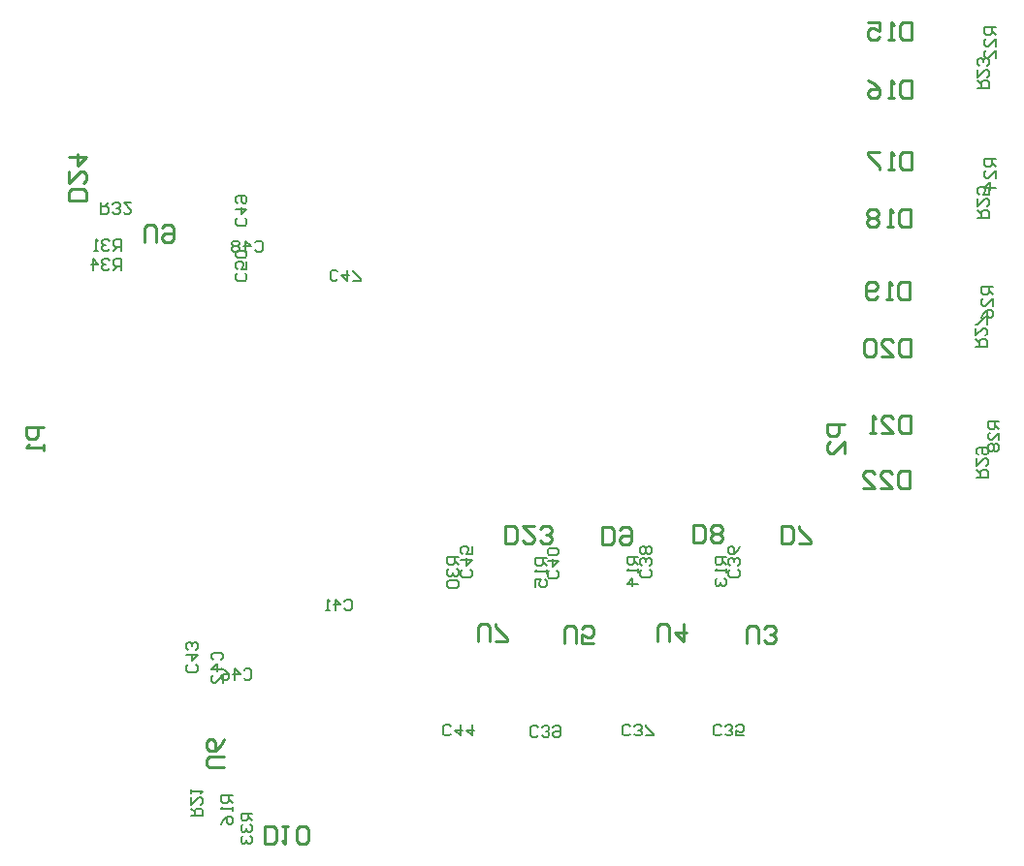
<source format=gbr>
%TF.GenerationSoftware,Altium Limited,Altium Designer,22.5.1 (42)*%
G04 Layer_Color=32896*
%FSLAX44Y44*%
%MOMM*%
%TF.SameCoordinates,FC5E5A78-ED25-47B3-91C5-E03428921660*%
%TF.FilePolarity,Positive*%
%TF.FileFunction,Other,Bottom_Designator*%
%TF.Part,Single*%
G01*
G75*
%TA.AperFunction,NonConductor*%
%ADD59C,0.2000*%
%ADD60C,0.2540*%
%ADD61C,0.1270*%
D59*
X-79825Y-141619D02*
X-78158Y-139953D01*
X-74826D01*
X-73160Y-141619D01*
Y-148284D01*
X-74826Y-149950D01*
X-78158D01*
X-79825Y-148284D01*
X-88155Y-149950D02*
Y-139953D01*
X-83157Y-144951D01*
X-89821D01*
X-93154Y-149950D02*
X-96486D01*
X-94820D01*
Y-139953D01*
X-93154Y-141619D01*
X-85675Y139619D02*
X-87342Y137953D01*
X-90674D01*
X-92340Y139619D01*
Y146284D01*
X-90674Y147950D01*
X-87342D01*
X-85675Y146284D01*
X-77345Y147950D02*
Y137953D01*
X-82343Y142952D01*
X-75679D01*
X-72347Y137953D02*
X-65682D01*
Y139619D01*
X-72347Y146284D01*
Y147950D01*
D60*
X-184725Y-287210D02*
X-197421D01*
X-199960Y-284671D01*
Y-279592D01*
X-197421Y-277053D01*
X-184725D01*
Y-261818D02*
X-187264Y-266897D01*
X-192342Y-271975D01*
X-197421D01*
X-199960Y-269436D01*
Y-264357D01*
X-197421Y-261818D01*
X-194882D01*
X-192342Y-264357D01*
Y-271975D01*
X-149774Y-353848D02*
Y-338613D01*
X-142156D01*
X-139617Y-341152D01*
Y-351308D01*
X-142156Y-353848D01*
X-149774D01*
X-134539Y-338613D02*
X-129460D01*
X-132000D01*
Y-353848D01*
X-134539Y-351308D01*
X-121843D02*
X-119304Y-353848D01*
X-114225D01*
X-111686Y-351308D01*
Y-341152D01*
X-114225Y-338613D01*
X-119304D01*
X-121843Y-341152D01*
Y-351308D01*
X357118Y12996D02*
X341883D01*
Y5378D01*
X344422Y2839D01*
X349500D01*
X352039Y5378D01*
Y12996D01*
X357118Y-12396D02*
Y-2239D01*
X346961Y-12396D01*
X344422D01*
X341883Y-9857D01*
Y-4778D01*
X344422Y-2239D01*
X-342882Y10457D02*
X-358117D01*
Y2839D01*
X-355578Y300D01*
X-350500D01*
X-347961Y2839D01*
Y10457D01*
X-342882Y-4778D02*
Y-9857D01*
Y-7318D01*
X-358117D01*
X-355578Y-4778D01*
X224994Y-90348D02*
Y-75113D01*
X232612D01*
X235151Y-77652D01*
Y-87808D01*
X232612Y-90348D01*
X224994D01*
X240229Y-87808D02*
X242768Y-90348D01*
X247847D01*
X250386Y-87808D01*
Y-85269D01*
X247847Y-82730D01*
X250386Y-80191D01*
Y-77652D01*
X247847Y-75113D01*
X242768D01*
X240229Y-77652D01*
Y-80191D01*
X242768Y-82730D01*
X240229Y-85269D01*
Y-87808D01*
X242768Y-82730D02*
X247847D01*
X413116Y137510D02*
Y122275D01*
X405499D01*
X402960Y124814D01*
Y134971D01*
X405499Y137510D01*
X413116D01*
X397881Y122275D02*
X392803D01*
X395342D01*
Y137510D01*
X397881Y134971D01*
X385186Y124814D02*
X382646Y122275D01*
X377568D01*
X375029Y124814D01*
Y134971D01*
X377568Y137510D01*
X382646D01*
X385186Y134971D01*
Y132432D01*
X382646Y129893D01*
X375029D01*
X-305653Y208457D02*
X-320887D01*
Y216074D01*
X-318348Y218613D01*
X-308192D01*
X-305653Y216074D01*
Y208457D01*
X-320887Y233848D02*
Y223692D01*
X-310731Y233848D01*
X-308192D01*
X-305653Y231309D01*
Y226231D01*
X-308192Y223692D01*
X-320887Y246544D02*
X-305653D01*
X-313270Y238927D01*
Y249083D01*
X36484Y-177106D02*
Y-164410D01*
X39023Y-161871D01*
X44102D01*
X46641Y-164410D01*
Y-177106D01*
X51719D02*
X61876D01*
Y-174567D01*
X51719Y-164410D01*
Y-161871D01*
X112484Y-178267D02*
Y-165571D01*
X115023Y-163032D01*
X120102D01*
X122641Y-165571D01*
Y-178267D01*
X137876D02*
X127719D01*
Y-170649D01*
X132798Y-173188D01*
X135337D01*
X137876Y-170649D01*
Y-165571D01*
X135337Y-163032D01*
X130258D01*
X127719Y-165571D01*
X193484Y-177106D02*
Y-164410D01*
X196023Y-161871D01*
X201102D01*
X203641Y-164410D01*
Y-177106D01*
X216337Y-161871D02*
Y-177106D01*
X208719Y-169489D01*
X218876D01*
X271484Y-178106D02*
Y-165410D01*
X274023Y-162871D01*
X279102D01*
X281641Y-165410D01*
Y-178106D01*
X286719Y-175567D02*
X289258Y-178106D01*
X294337D01*
X296876Y-175567D01*
Y-173028D01*
X294337Y-170489D01*
X291798D01*
X294337D01*
X296876Y-167950D01*
Y-165410D01*
X294337Y-162871D01*
X289258D01*
X286719Y-165410D01*
X414084Y20347D02*
Y5113D01*
X406467D01*
X403927Y7652D01*
Y17808D01*
X406467Y20347D01*
X414084D01*
X388692Y5113D02*
X398849D01*
X388692Y15269D01*
Y17808D01*
X391232Y20347D01*
X396310D01*
X398849Y17808D01*
X383614Y5113D02*
X378536D01*
X381075D01*
Y20347D01*
X383614Y17808D01*
X413831Y-27652D02*
Y-42888D01*
X406213D01*
X403674Y-40348D01*
Y-30192D01*
X406213Y-27652D01*
X413831D01*
X388439Y-42888D02*
X398596D01*
X388439Y-32731D01*
Y-30192D01*
X390978Y-27652D01*
X396057D01*
X398596Y-30192D01*
X373204Y-42888D02*
X383361D01*
X373204Y-32731D01*
Y-30192D01*
X375743Y-27652D01*
X380821D01*
X383361Y-30192D01*
X414386Y87510D02*
Y72275D01*
X406768D01*
X404229Y74814D01*
Y84971D01*
X406768Y87510D01*
X414386D01*
X388994Y72275D02*
X399151D01*
X388994Y82432D01*
Y84971D01*
X391533Y87510D01*
X396612D01*
X399151Y84971D01*
X383916D02*
X381377Y87510D01*
X376298D01*
X373759Y84971D01*
Y74814D01*
X376298Y72275D01*
X381377D01*
X383916Y74814D01*
Y84971D01*
X414116Y200510D02*
Y185275D01*
X406499D01*
X403960Y187814D01*
Y197971D01*
X406499Y200510D01*
X414116D01*
X398881Y185275D02*
X393803D01*
X396342D01*
Y200510D01*
X398881Y197971D01*
X386185D02*
X383646Y200510D01*
X378568D01*
X376029Y197971D01*
Y195432D01*
X378568Y192893D01*
X376029Y190353D01*
Y187814D01*
X378568Y185275D01*
X383646D01*
X386185Y187814D01*
Y190353D01*
X383646Y192893D01*
X386185Y195432D01*
Y197971D01*
X383646Y192893D02*
X378568D01*
X415116Y250510D02*
Y235275D01*
X407499D01*
X404960Y237814D01*
Y247971D01*
X407499Y250510D01*
X415116D01*
X399881Y235275D02*
X394803D01*
X397342D01*
Y250510D01*
X399881Y247971D01*
X387185Y250510D02*
X377029D01*
Y247971D01*
X387185Y237814D01*
Y235275D01*
X415116Y313510D02*
Y298275D01*
X407499D01*
X404960Y300814D01*
Y310971D01*
X407499Y313510D01*
X415116D01*
X399881Y298275D02*
X394803D01*
X397342D01*
Y313510D01*
X399881Y310971D01*
X377029Y313510D02*
X382107Y310971D01*
X387185Y305893D01*
Y300814D01*
X384646Y298275D01*
X379568D01*
X377029Y300814D01*
Y303353D01*
X379568Y305893D01*
X387185D01*
X415116Y364510D02*
Y349275D01*
X407499D01*
X404960Y351814D01*
Y361971D01*
X407499Y364510D01*
X415116D01*
X399881Y349275D02*
X394803D01*
X397342D01*
Y364510D01*
X399881Y361971D01*
X377029Y364510D02*
X387185D01*
Y356893D01*
X382107Y359432D01*
X379568D01*
X377029Y356893D01*
Y351814D01*
X379568Y349275D01*
X384646D01*
X387185Y351814D01*
X144994Y-92205D02*
Y-76970D01*
X152612D01*
X155151Y-79509D01*
Y-89666D01*
X152612Y-92205D01*
X144994D01*
X160229Y-79509D02*
X162768Y-76970D01*
X167847D01*
X170386Y-79509D01*
Y-89666D01*
X167847Y-92205D01*
X162768D01*
X160229Y-89666D01*
Y-87127D01*
X162768Y-84587D01*
X170386D01*
X60377Y-91045D02*
Y-75809D01*
X67994D01*
X70533Y-78349D01*
Y-88505D01*
X67994Y-91045D01*
X60377D01*
X85768Y-75809D02*
X75612D01*
X85768Y-85966D01*
Y-88505D01*
X83229Y-91045D01*
X78151D01*
X75612Y-88505D01*
X90847D02*
X93386Y-91045D01*
X98464D01*
X101003Y-88505D01*
Y-85966D01*
X98464Y-83427D01*
X95925D01*
X98464D01*
X101003Y-80888D01*
Y-78349D01*
X98464Y-75809D01*
X93386D01*
X90847Y-78349D01*
X301994Y-91205D02*
Y-75970D01*
X309612D01*
X312151Y-78509D01*
Y-88666D01*
X309612Y-91205D01*
X301994D01*
X317229D02*
X327386D01*
Y-88666D01*
X317229Y-78509D01*
Y-75970D01*
X-254460Y172225D02*
Y184921D01*
X-251921Y187460D01*
X-246842D01*
X-244303Y184921D01*
Y172225D01*
X-239225Y184921D02*
X-236686Y187460D01*
X-231607D01*
X-229068Y184921D01*
Y174764D01*
X-231607Y172225D01*
X-236686D01*
X-239225Y174764D01*
Y177303D01*
X-236686Y179842D01*
X-229068D01*
D61*
X-213730Y-329437D02*
X-203733D01*
Y-324439D01*
X-205399Y-322773D01*
X-208732D01*
X-210398Y-324439D01*
Y-329437D01*
Y-326105D02*
X-213730Y-322773D01*
Y-312776D02*
Y-319441D01*
X-207066Y-312776D01*
X-205399D01*
X-203733Y-314442D01*
Y-317775D01*
X-205399Y-319441D01*
X-213730Y-309444D02*
Y-306112D01*
Y-307778D01*
X-203733D01*
X-205399Y-309444D01*
X-177270Y-311520D02*
X-187267D01*
Y-316518D01*
X-185601Y-318185D01*
X-182269D01*
X-180602Y-316518D01*
Y-311520D01*
Y-314852D02*
X-177270Y-318185D01*
Y-321517D02*
Y-324849D01*
Y-323183D01*
X-187267D01*
X-185601Y-321517D01*
X-187267Y-336512D02*
X-185601Y-333180D01*
X-182269Y-329847D01*
X-178936D01*
X-177270Y-331514D01*
Y-334846D01*
X-178936Y-336512D01*
X-180602D01*
X-182269Y-334846D01*
Y-329847D01*
X-160270Y-327020D02*
X-170267D01*
Y-332019D01*
X-168601Y-333685D01*
X-165268D01*
X-163602Y-332019D01*
Y-327020D01*
Y-330352D02*
X-160270Y-333685D01*
X-168601Y-337017D02*
X-170267Y-338683D01*
Y-342015D01*
X-168601Y-343681D01*
X-166935D01*
X-165268Y-342015D01*
Y-340349D01*
Y-342015D01*
X-163602Y-343681D01*
X-161936D01*
X-160270Y-342015D01*
Y-338683D01*
X-161936Y-337017D01*
X-168601Y-347014D02*
X-170267Y-348680D01*
Y-352012D01*
X-168601Y-353678D01*
X-166935D01*
X-165268Y-352012D01*
Y-350346D01*
Y-352012D01*
X-163602Y-353678D01*
X-161936D01*
X-160270Y-352012D01*
Y-348680D01*
X-161936Y-347014D01*
X-209399Y-197315D02*
X-207733Y-198981D01*
Y-202314D01*
X-209399Y-203980D01*
X-216064D01*
X-217730Y-202314D01*
Y-198981D01*
X-216064Y-197315D01*
X-217730Y-188985D02*
X-207733D01*
X-212731Y-193983D01*
Y-187319D01*
X-209399Y-183986D02*
X-207733Y-182320D01*
Y-178988D01*
X-209399Y-177322D01*
X-211065D01*
X-212731Y-178988D01*
Y-180654D01*
Y-178988D01*
X-214398Y-177322D01*
X-216064D01*
X-217730Y-178988D01*
Y-182320D01*
X-216064Y-183986D01*
X-194558Y-193185D02*
X-196224Y-191518D01*
Y-188186D01*
X-194558Y-186520D01*
X-187894D01*
X-186228Y-188186D01*
Y-191518D01*
X-187894Y-193185D01*
X-186228Y-201515D02*
X-196224D01*
X-191226Y-196517D01*
Y-203181D01*
X-186228Y-213178D02*
Y-206514D01*
X-192892Y-213178D01*
X-194558D01*
X-196224Y-211512D01*
Y-208180D01*
X-194558Y-206514D01*
X-167749Y-202149D02*
X-166083Y-200483D01*
X-162751D01*
X-161085Y-202149D01*
Y-208814D01*
X-162751Y-210480D01*
X-166083D01*
X-167749Y-208814D01*
X-176080Y-210480D02*
Y-200483D01*
X-171082Y-205482D01*
X-177746D01*
X-187743Y-200483D02*
X-184411Y-202149D01*
X-181078Y-205482D01*
Y-208814D01*
X-182745Y-210480D01*
X-186077D01*
X-187743Y-208814D01*
Y-207148D01*
X-186077Y-205482D01*
X-181078D01*
X-292730Y206730D02*
Y196733D01*
X-287732D01*
X-286065Y198399D01*
Y201731D01*
X-287732Y203398D01*
X-292730D01*
X-289398D02*
X-286065Y206730D01*
X-282733Y198399D02*
X-281067Y196733D01*
X-277735D01*
X-276069Y198399D01*
Y200065D01*
X-277735Y201731D01*
X-279401D01*
X-277735D01*
X-276069Y203398D01*
Y205064D01*
X-277735Y206730D01*
X-281067D01*
X-282733Y205064D01*
X-266072Y206730D02*
X-272736D01*
X-266072Y200065D01*
Y198399D01*
X-267738Y196733D01*
X-271070D01*
X-272736Y198399D01*
X-275270Y164228D02*
Y174224D01*
X-280268D01*
X-281935Y172558D01*
Y169226D01*
X-280268Y167560D01*
X-275270D01*
X-278602D02*
X-281935Y164228D01*
X-285267Y172558D02*
X-286933Y174224D01*
X-290265D01*
X-291931Y172558D01*
Y170892D01*
X-290265Y169226D01*
X-288599D01*
X-290265D01*
X-291931Y167560D01*
Y165894D01*
X-290265Y164228D01*
X-286933D01*
X-285267Y165894D01*
X-295264Y164228D02*
X-298596D01*
X-296930D01*
Y174224D01*
X-295264Y172558D01*
X-274813Y147685D02*
Y157682D01*
X-279811D01*
X-281477Y156016D01*
Y152683D01*
X-279811Y151017D01*
X-274813D01*
X-278145D02*
X-281477Y147685D01*
X-284809Y156016D02*
X-286476Y157682D01*
X-289808D01*
X-291474Y156016D01*
Y154349D01*
X-289808Y152683D01*
X-288142D01*
X-289808D01*
X-291474Y151017D01*
Y149351D01*
X-289808Y147685D01*
X-286476D01*
X-284809Y149351D01*
X-299805Y147685D02*
Y157682D01*
X-294806Y152683D01*
X-301471D01*
X-166899Y192934D02*
X-165233Y191268D01*
Y187936D01*
X-166899Y186270D01*
X-173564D01*
X-175230Y187936D01*
Y191268D01*
X-173564Y192934D01*
X-175230Y201265D02*
X-165233D01*
X-170231Y196267D01*
Y202931D01*
X-173564Y206264D02*
X-175230Y207930D01*
Y211262D01*
X-173564Y212928D01*
X-166899D01*
X-165233Y211262D01*
Y207930D01*
X-166899Y206264D01*
X-168565D01*
X-170231Y207930D01*
Y212928D01*
X-166899Y144899D02*
X-165233Y143233D01*
Y139901D01*
X-166899Y138235D01*
X-173564D01*
X-175230Y139901D01*
Y143233D01*
X-173564Y144899D01*
X-165233Y154896D02*
Y148232D01*
X-170232D01*
X-168566Y151564D01*
Y153230D01*
X-170232Y154896D01*
X-173564D01*
X-175230Y153230D01*
Y149898D01*
X-173564Y148232D01*
X-166899Y158228D02*
X-165233Y159895D01*
Y163227D01*
X-166899Y164893D01*
X-173564D01*
X-175230Y163227D01*
Y159895D01*
X-173564Y158228D01*
X-166899D01*
X-157935Y171708D02*
X-156269Y173374D01*
X-152936D01*
X-151270Y171708D01*
Y165044D01*
X-152936Y163377D01*
X-156269D01*
X-157935Y165044D01*
X-166265Y163377D02*
Y173374D01*
X-161267Y168376D01*
X-167931D01*
X-171264Y171708D02*
X-172930Y173374D01*
X-176262D01*
X-177928Y171708D01*
Y170042D01*
X-176262Y168376D01*
X-177928Y166710D01*
Y165044D01*
X-176262Y163377D01*
X-172930D01*
X-171264Y165044D01*
Y166710D01*
X-172930Y168376D01*
X-171264Y170042D01*
Y171708D01*
X-172930Y168376D02*
X-176262D01*
X12935Y-257601D02*
X11269Y-259267D01*
X7936D01*
X6270Y-257601D01*
Y-250936D01*
X7936Y-249270D01*
X11269D01*
X12935Y-250936D01*
X21265Y-249270D02*
Y-259267D01*
X16267Y-254269D01*
X22931D01*
X31262Y-249270D02*
Y-259267D01*
X26264Y-254269D01*
X32928D01*
X248935Y-257601D02*
X247269Y-259267D01*
X243936D01*
X242270Y-257601D01*
Y-250936D01*
X243936Y-249270D01*
X247269D01*
X248935Y-250936D01*
X252267Y-257601D02*
X253933Y-259267D01*
X257265D01*
X258931Y-257601D01*
Y-255935D01*
X257265Y-254268D01*
X255599D01*
X257265D01*
X258931Y-252602D01*
Y-250936D01*
X257265Y-249270D01*
X253933D01*
X252267Y-250936D01*
X268928Y-259267D02*
X262264D01*
Y-254268D01*
X265596Y-255935D01*
X267262D01*
X268928Y-254268D01*
Y-250936D01*
X267262Y-249270D01*
X263930D01*
X262264Y-250936D01*
X169935Y-257601D02*
X168269Y-259267D01*
X164936D01*
X163270Y-257601D01*
Y-250936D01*
X164936Y-249270D01*
X168269D01*
X169935Y-250936D01*
X173267Y-257601D02*
X174933Y-259267D01*
X178265D01*
X179931Y-257601D01*
Y-255935D01*
X178265Y-254268D01*
X176599D01*
X178265D01*
X179931Y-252602D01*
Y-250936D01*
X178265Y-249270D01*
X174933D01*
X173267Y-250936D01*
X183264Y-259267D02*
X189928D01*
Y-257601D01*
X183264Y-250936D01*
Y-249270D01*
X88935Y-258601D02*
X87268Y-260267D01*
X83936D01*
X82270Y-258601D01*
Y-251936D01*
X83936Y-250270D01*
X87268D01*
X88935Y-251936D01*
X92267Y-258601D02*
X93933Y-260267D01*
X97265D01*
X98931Y-258601D01*
Y-256935D01*
X97265Y-255269D01*
X95599D01*
X97265D01*
X98931Y-253602D01*
Y-251936D01*
X97265Y-250270D01*
X93933D01*
X92267Y-251936D01*
X102264D02*
X103930Y-250270D01*
X107262D01*
X108928Y-251936D01*
Y-258601D01*
X107262Y-260267D01*
X103930D01*
X102264Y-258601D01*
Y-256935D01*
X103930Y-255269D01*
X108928D01*
X263601Y-114066D02*
X265267Y-115732D01*
Y-119064D01*
X263601Y-120730D01*
X256936D01*
X255270Y-119064D01*
Y-115732D01*
X256936Y-114066D01*
X263601Y-110733D02*
X265267Y-109067D01*
Y-105735D01*
X263601Y-104069D01*
X261935D01*
X260268Y-105735D01*
Y-107401D01*
Y-105735D01*
X258602Y-104069D01*
X256936D01*
X255270Y-105735D01*
Y-109067D01*
X256936Y-110733D01*
X265267Y-94072D02*
X263601Y-97404D01*
X260268Y-100736D01*
X256936D01*
X255270Y-99070D01*
Y-95738D01*
X256936Y-94072D01*
X258602D01*
X260268Y-95738D01*
Y-100736D01*
X253730Y-103270D02*
X243733D01*
Y-108268D01*
X245399Y-109935D01*
X248731D01*
X250398Y-108268D01*
Y-103270D01*
Y-106602D02*
X253730Y-109935D01*
Y-113267D02*
Y-116599D01*
Y-114933D01*
X243733D01*
X245399Y-113267D01*
Y-121597D02*
X243733Y-123264D01*
Y-126596D01*
X245399Y-128262D01*
X247065D01*
X248731Y-126596D01*
Y-124930D01*
Y-126596D01*
X250398Y-128262D01*
X252064D01*
X253730Y-126596D01*
Y-123264D01*
X252064Y-121597D01*
X186601Y-113905D02*
X188267Y-115571D01*
Y-118903D01*
X186601Y-120569D01*
X179936D01*
X178270Y-118903D01*
Y-115571D01*
X179936Y-113905D01*
X186601Y-110573D02*
X188267Y-108907D01*
Y-105574D01*
X186601Y-103908D01*
X184935D01*
X183269Y-105574D01*
Y-107240D01*
Y-105574D01*
X181602Y-103908D01*
X179936D01*
X178270Y-105574D01*
Y-108907D01*
X179936Y-110573D01*
X186601Y-100576D02*
X188267Y-98910D01*
Y-95578D01*
X186601Y-93912D01*
X184935D01*
X183269Y-95578D01*
X181602Y-93912D01*
X179936D01*
X178270Y-95578D01*
Y-98910D01*
X179936Y-100576D01*
X181602D01*
X183269Y-98910D01*
X184935Y-100576D01*
X186601D01*
X183269Y-98910D02*
Y-95578D01*
X176730Y-103210D02*
X166733D01*
Y-108208D01*
X168399Y-109874D01*
X171731D01*
X173398Y-108208D01*
Y-103210D01*
Y-106542D02*
X176730Y-109874D01*
Y-113207D02*
Y-116539D01*
Y-114873D01*
X166733D01*
X168399Y-113207D01*
X176730Y-126536D02*
X166733D01*
X171731Y-121537D01*
Y-128202D01*
X105601Y-115065D02*
X107267Y-116732D01*
Y-120064D01*
X105601Y-121730D01*
X98936D01*
X97270Y-120064D01*
Y-116732D01*
X98936Y-115065D01*
X97270Y-106735D02*
X107267D01*
X102268Y-111733D01*
Y-105069D01*
X105601Y-101736D02*
X107267Y-100070D01*
Y-96738D01*
X105601Y-95072D01*
X98936D01*
X97270Y-96738D01*
Y-100070D01*
X98936Y-101736D01*
X105601D01*
X96437Y-104270D02*
X86440D01*
Y-109269D01*
X88107Y-110935D01*
X91439D01*
X93105Y-109269D01*
Y-104270D01*
Y-107602D02*
X96437Y-110935D01*
Y-114267D02*
Y-117599D01*
Y-115933D01*
X86440D01*
X88107Y-114267D01*
X86440Y-129262D02*
Y-122598D01*
X91439D01*
X89773Y-125930D01*
Y-127596D01*
X91439Y-129262D01*
X94771D01*
X96437Y-127596D01*
Y-124264D01*
X94771Y-122598D01*
X19730Y-103210D02*
X9733D01*
Y-108208D01*
X11399Y-109874D01*
X14732D01*
X16398Y-108208D01*
Y-103210D01*
Y-106542D02*
X19730Y-109874D01*
X11399Y-113207D02*
X9733Y-114873D01*
Y-118205D01*
X11399Y-119871D01*
X13065D01*
X14732Y-118205D01*
Y-116539D01*
Y-118205D01*
X16398Y-119871D01*
X18064D01*
X19730Y-118205D01*
Y-114873D01*
X18064Y-113207D01*
X11399Y-123203D02*
X9733Y-124869D01*
Y-128202D01*
X11399Y-129868D01*
X18064D01*
X19730Y-128202D01*
Y-124869D01*
X18064Y-123203D01*
X11399D01*
X29601Y-113905D02*
X31267Y-115571D01*
Y-118903D01*
X29601Y-120569D01*
X22936D01*
X21270Y-118903D01*
Y-115571D01*
X22936Y-113905D01*
X21270Y-105574D02*
X31267D01*
X26268Y-110573D01*
Y-103908D01*
X31267Y-93911D02*
Y-100576D01*
X26268D01*
X27935Y-97244D01*
Y-95578D01*
X26268Y-93911D01*
X22936D01*
X21270Y-95578D01*
Y-98910D01*
X22936Y-100576D01*
X491730Y15730D02*
X481733D01*
Y10732D01*
X483399Y9065D01*
X486731D01*
X488398Y10732D01*
Y15730D01*
Y12398D02*
X491730Y9065D01*
Y-931D02*
Y5733D01*
X485065Y-931D01*
X483399D01*
X481733Y735D01*
Y4067D01*
X483399Y5733D01*
Y-4264D02*
X481733Y-5930D01*
Y-9262D01*
X483399Y-10928D01*
X485065D01*
X486731Y-9262D01*
X488398Y-10928D01*
X490064D01*
X491730Y-9262D01*
Y-5930D01*
X490064Y-4264D01*
X488398D01*
X486731Y-5930D01*
X485065Y-4264D01*
X483399D01*
X486731Y-5930D02*
Y-9262D01*
X472270Y-33730D02*
X482267D01*
Y-28732D01*
X480601Y-27065D01*
X477268D01*
X475602Y-28732D01*
Y-33730D01*
Y-30398D02*
X472270Y-27065D01*
Y-17069D02*
Y-23733D01*
X478935Y-17069D01*
X480601D01*
X482267Y-18735D01*
Y-22067D01*
X480601Y-23733D01*
X473936Y-13736D02*
X472270Y-12070D01*
Y-8738D01*
X473936Y-7072D01*
X480601D01*
X482267Y-8738D01*
Y-12070D01*
X480601Y-13736D01*
X478935D01*
X477268Y-12070D01*
Y-7072D01*
X471033Y80433D02*
X481029D01*
Y85431D01*
X479363Y87097D01*
X476031D01*
X474365Y85431D01*
Y80433D01*
Y83765D02*
X471033Y87097D01*
Y97094D02*
Y90429D01*
X477697Y97094D01*
X479363D01*
X481029Y95428D01*
Y92095D01*
X479363Y90429D01*
X481029Y100426D02*
Y107091D01*
X479363D01*
X472699Y100426D01*
X471033D01*
X486492Y132893D02*
X476496D01*
Y127894D01*
X478162Y126228D01*
X481494D01*
X483160Y127894D01*
Y132893D01*
Y129560D02*
X486492Y126228D01*
Y116231D02*
Y122896D01*
X479828Y116231D01*
X478162D01*
X476496Y117897D01*
Y121230D01*
X478162Y122896D01*
X476496Y106234D02*
X478162Y109567D01*
X481494Y112899D01*
X484826D01*
X486492Y111233D01*
Y107900D01*
X484826Y106234D01*
X483160D01*
X481494Y107900D01*
Y112899D01*
X473033Y193433D02*
X483029D01*
Y198431D01*
X481363Y200097D01*
X478031D01*
X476365Y198431D01*
Y193433D01*
Y196765D02*
X473033Y200097D01*
Y210094D02*
Y203429D01*
X479697Y210094D01*
X481363D01*
X483029Y208428D01*
Y205096D01*
X481363Y203429D01*
X483029Y220091D02*
Y213426D01*
X478031D01*
X479697Y216758D01*
Y218425D01*
X478031Y220091D01*
X474699D01*
X473033Y218425D01*
Y215092D01*
X474699Y213426D01*
X488492Y244893D02*
X478496D01*
Y239894D01*
X480162Y238228D01*
X483494D01*
X485160Y239894D01*
Y244893D01*
Y241560D02*
X488492Y238228D01*
Y228231D02*
Y234896D01*
X481828Y228231D01*
X480162D01*
X478496Y229897D01*
Y233230D01*
X480162Y234896D01*
X488492Y219901D02*
X478496D01*
X483494Y224899D01*
Y218234D01*
X473033Y306433D02*
X483029D01*
Y311431D01*
X481363Y313097D01*
X478031D01*
X476365Y311431D01*
Y306433D01*
Y309765D02*
X473033Y313097D01*
Y323094D02*
Y316429D01*
X479697Y323094D01*
X481363D01*
X483029Y321428D01*
Y318096D01*
X481363Y316429D01*
Y326426D02*
X483029Y328092D01*
Y331425D01*
X481363Y333091D01*
X479697D01*
X478031Y331425D01*
Y329758D01*
Y331425D01*
X476365Y333091D01*
X474699D01*
X473033Y331425D01*
Y328092D01*
X474699Y326426D01*
X488492Y359893D02*
X478496D01*
Y354894D01*
X480162Y353228D01*
X483494D01*
X485160Y354894D01*
Y359893D01*
Y356560D02*
X488492Y353228D01*
Y343231D02*
Y349896D01*
X481828Y343231D01*
X480162D01*
X478496Y344897D01*
Y348230D01*
X480162Y349896D01*
X488492Y333234D02*
Y339899D01*
X481828Y333234D01*
X480162D01*
X478496Y334901D01*
Y338233D01*
X480162Y339899D01*
%TF.MD5,d6c11fba1efaebb99ed512a5f6c53245*%
M02*

</source>
